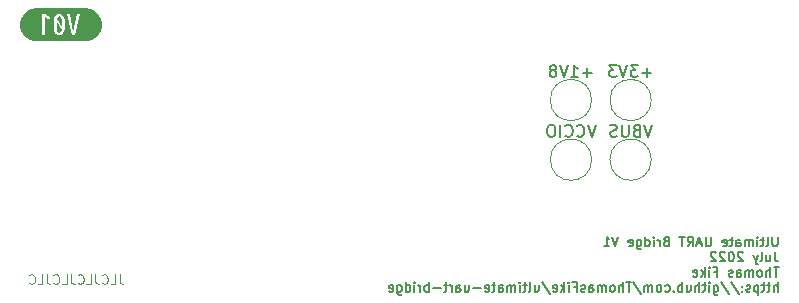
<source format=gbo>
G04 #@! TF.GenerationSoftware,KiCad,Pcbnew,6.0.6*
G04 #@! TF.CreationDate,2022-07-17T12:38:06-07:00*
G04 #@! TF.ProjectId,ultimate-uart-bridge,756c7469-6d61-4746-952d-756172742d62,rev?*
G04 #@! TF.SameCoordinates,Original*
G04 #@! TF.FileFunction,Legend,Bot*
G04 #@! TF.FilePolarity,Positive*
%FSLAX46Y46*%
G04 Gerber Fmt 4.6, Leading zero omitted, Abs format (unit mm)*
G04 Created by KiCad (PCBNEW 6.0.6) date 2022-07-17 12:38:06*
%MOMM*%
%LPD*%
G01*
G04 APERTURE LIST*
%ADD10C,0.150000*%
%ADD11C,0.050000*%
%ADD12C,0.120000*%
%ADD13C,3.000000*%
%ADD14C,0.700000*%
%ADD15O,2.400000X0.900000*%
%ADD16O,1.700000X0.900000*%
G04 APERTURE END LIST*
D10*
X164812023Y-87799904D02*
X164812023Y-88447523D01*
X164773928Y-88523714D01*
X164735833Y-88561809D01*
X164659642Y-88599904D01*
X164507261Y-88599904D01*
X164431071Y-88561809D01*
X164392976Y-88523714D01*
X164354880Y-88447523D01*
X164354880Y-87799904D01*
X163859642Y-88599904D02*
X163935833Y-88561809D01*
X163973928Y-88485619D01*
X163973928Y-87799904D01*
X163669166Y-88066571D02*
X163364404Y-88066571D01*
X163554880Y-87799904D02*
X163554880Y-88485619D01*
X163516785Y-88561809D01*
X163440595Y-88599904D01*
X163364404Y-88599904D01*
X163097738Y-88599904D02*
X163097738Y-88066571D01*
X163097738Y-87799904D02*
X163135833Y-87838000D01*
X163097738Y-87876095D01*
X163059642Y-87838000D01*
X163097738Y-87799904D01*
X163097738Y-87876095D01*
X162716785Y-88599904D02*
X162716785Y-88066571D01*
X162716785Y-88142761D02*
X162678690Y-88104666D01*
X162602500Y-88066571D01*
X162488214Y-88066571D01*
X162412023Y-88104666D01*
X162373928Y-88180857D01*
X162373928Y-88599904D01*
X162373928Y-88180857D02*
X162335833Y-88104666D01*
X162259642Y-88066571D01*
X162145357Y-88066571D01*
X162069166Y-88104666D01*
X162031071Y-88180857D01*
X162031071Y-88599904D01*
X161307261Y-88599904D02*
X161307261Y-88180857D01*
X161345357Y-88104666D01*
X161421547Y-88066571D01*
X161573928Y-88066571D01*
X161650119Y-88104666D01*
X161307261Y-88561809D02*
X161383452Y-88599904D01*
X161573928Y-88599904D01*
X161650119Y-88561809D01*
X161688214Y-88485619D01*
X161688214Y-88409428D01*
X161650119Y-88333238D01*
X161573928Y-88295142D01*
X161383452Y-88295142D01*
X161307261Y-88257047D01*
X161040595Y-88066571D02*
X160735833Y-88066571D01*
X160926309Y-87799904D02*
X160926309Y-88485619D01*
X160888214Y-88561809D01*
X160812023Y-88599904D01*
X160735833Y-88599904D01*
X160164404Y-88561809D02*
X160240595Y-88599904D01*
X160392976Y-88599904D01*
X160469166Y-88561809D01*
X160507261Y-88485619D01*
X160507261Y-88180857D01*
X160469166Y-88104666D01*
X160392976Y-88066571D01*
X160240595Y-88066571D01*
X160164404Y-88104666D01*
X160126309Y-88180857D01*
X160126309Y-88257047D01*
X160507261Y-88333238D01*
X159173928Y-87799904D02*
X159173928Y-88447523D01*
X159135833Y-88523714D01*
X159097738Y-88561809D01*
X159021547Y-88599904D01*
X158869166Y-88599904D01*
X158792976Y-88561809D01*
X158754880Y-88523714D01*
X158716785Y-88447523D01*
X158716785Y-87799904D01*
X158373928Y-88371333D02*
X157992976Y-88371333D01*
X158450119Y-88599904D02*
X158183452Y-87799904D01*
X157916785Y-88599904D01*
X157192976Y-88599904D02*
X157459642Y-88218952D01*
X157650119Y-88599904D02*
X157650119Y-87799904D01*
X157345357Y-87799904D01*
X157269166Y-87838000D01*
X157231071Y-87876095D01*
X157192976Y-87952285D01*
X157192976Y-88066571D01*
X157231071Y-88142761D01*
X157269166Y-88180857D01*
X157345357Y-88218952D01*
X157650119Y-88218952D01*
X156964404Y-87799904D02*
X156507261Y-87799904D01*
X156735833Y-88599904D02*
X156735833Y-87799904D01*
X155364404Y-88180857D02*
X155250119Y-88218952D01*
X155212023Y-88257047D01*
X155173928Y-88333238D01*
X155173928Y-88447523D01*
X155212023Y-88523714D01*
X155250119Y-88561809D01*
X155326309Y-88599904D01*
X155631071Y-88599904D01*
X155631071Y-87799904D01*
X155364404Y-87799904D01*
X155288214Y-87838000D01*
X155250119Y-87876095D01*
X155212023Y-87952285D01*
X155212023Y-88028476D01*
X155250119Y-88104666D01*
X155288214Y-88142761D01*
X155364404Y-88180857D01*
X155631071Y-88180857D01*
X154831071Y-88599904D02*
X154831071Y-88066571D01*
X154831071Y-88218952D02*
X154792976Y-88142761D01*
X154754880Y-88104666D01*
X154678690Y-88066571D01*
X154602500Y-88066571D01*
X154335833Y-88599904D02*
X154335833Y-88066571D01*
X154335833Y-87799904D02*
X154373928Y-87838000D01*
X154335833Y-87876095D01*
X154297738Y-87838000D01*
X154335833Y-87799904D01*
X154335833Y-87876095D01*
X153612023Y-88599904D02*
X153612023Y-87799904D01*
X153612023Y-88561809D02*
X153688214Y-88599904D01*
X153840595Y-88599904D01*
X153916785Y-88561809D01*
X153954880Y-88523714D01*
X153992976Y-88447523D01*
X153992976Y-88218952D01*
X153954880Y-88142761D01*
X153916785Y-88104666D01*
X153840595Y-88066571D01*
X153688214Y-88066571D01*
X153612023Y-88104666D01*
X152888214Y-88066571D02*
X152888214Y-88714190D01*
X152926309Y-88790380D01*
X152964404Y-88828476D01*
X153040595Y-88866571D01*
X153154880Y-88866571D01*
X153231071Y-88828476D01*
X152888214Y-88561809D02*
X152964404Y-88599904D01*
X153116785Y-88599904D01*
X153192976Y-88561809D01*
X153231071Y-88523714D01*
X153269166Y-88447523D01*
X153269166Y-88218952D01*
X153231071Y-88142761D01*
X153192976Y-88104666D01*
X153116785Y-88066571D01*
X152964404Y-88066571D01*
X152888214Y-88104666D01*
X152202500Y-88561809D02*
X152278690Y-88599904D01*
X152431071Y-88599904D01*
X152507261Y-88561809D01*
X152545357Y-88485619D01*
X152545357Y-88180857D01*
X152507261Y-88104666D01*
X152431071Y-88066571D01*
X152278690Y-88066571D01*
X152202500Y-88104666D01*
X152164404Y-88180857D01*
X152164404Y-88257047D01*
X152545357Y-88333238D01*
X151326309Y-87799904D02*
X151059642Y-88599904D01*
X150792976Y-87799904D01*
X150107261Y-88599904D02*
X150564404Y-88599904D01*
X150335833Y-88599904D02*
X150335833Y-87799904D01*
X150412023Y-87914190D01*
X150488214Y-87990380D01*
X150564404Y-88028476D01*
X164583452Y-89087904D02*
X164583452Y-89659333D01*
X164621547Y-89773619D01*
X164697738Y-89849809D01*
X164812023Y-89887904D01*
X164888214Y-89887904D01*
X163859642Y-89354571D02*
X163859642Y-89887904D01*
X164202500Y-89354571D02*
X164202500Y-89773619D01*
X164164404Y-89849809D01*
X164088214Y-89887904D01*
X163973928Y-89887904D01*
X163897738Y-89849809D01*
X163859642Y-89811714D01*
X163364404Y-89887904D02*
X163440595Y-89849809D01*
X163478690Y-89773619D01*
X163478690Y-89087904D01*
X163135833Y-89354571D02*
X162945357Y-89887904D01*
X162754880Y-89354571D02*
X162945357Y-89887904D01*
X163021547Y-90078380D01*
X163059642Y-90116476D01*
X163135833Y-90154571D01*
X161878690Y-89164095D02*
X161840595Y-89126000D01*
X161764404Y-89087904D01*
X161573928Y-89087904D01*
X161497738Y-89126000D01*
X161459642Y-89164095D01*
X161421547Y-89240285D01*
X161421547Y-89316476D01*
X161459642Y-89430761D01*
X161916785Y-89887904D01*
X161421547Y-89887904D01*
X160926309Y-89087904D02*
X160850119Y-89087904D01*
X160773928Y-89126000D01*
X160735833Y-89164095D01*
X160697738Y-89240285D01*
X160659642Y-89392666D01*
X160659642Y-89583142D01*
X160697738Y-89735523D01*
X160735833Y-89811714D01*
X160773928Y-89849809D01*
X160850119Y-89887904D01*
X160926309Y-89887904D01*
X161002500Y-89849809D01*
X161040595Y-89811714D01*
X161078690Y-89735523D01*
X161116785Y-89583142D01*
X161116785Y-89392666D01*
X161078690Y-89240285D01*
X161040595Y-89164095D01*
X161002500Y-89126000D01*
X160926309Y-89087904D01*
X160354880Y-89164095D02*
X160316785Y-89126000D01*
X160240595Y-89087904D01*
X160050119Y-89087904D01*
X159973928Y-89126000D01*
X159935833Y-89164095D01*
X159897738Y-89240285D01*
X159897738Y-89316476D01*
X159935833Y-89430761D01*
X160392976Y-89887904D01*
X159897738Y-89887904D01*
X159592976Y-89164095D02*
X159554880Y-89126000D01*
X159478690Y-89087904D01*
X159288214Y-89087904D01*
X159212023Y-89126000D01*
X159173928Y-89164095D01*
X159135833Y-89240285D01*
X159135833Y-89316476D01*
X159173928Y-89430761D01*
X159631071Y-89887904D01*
X159135833Y-89887904D01*
X164926309Y-90375904D02*
X164469166Y-90375904D01*
X164697738Y-91175904D02*
X164697738Y-90375904D01*
X164202500Y-91175904D02*
X164202500Y-90375904D01*
X163859642Y-91175904D02*
X163859642Y-90756857D01*
X163897738Y-90680666D01*
X163973928Y-90642571D01*
X164088214Y-90642571D01*
X164164404Y-90680666D01*
X164202500Y-90718761D01*
X163364404Y-91175904D02*
X163440595Y-91137809D01*
X163478690Y-91099714D01*
X163516785Y-91023523D01*
X163516785Y-90794952D01*
X163478690Y-90718761D01*
X163440595Y-90680666D01*
X163364404Y-90642571D01*
X163250119Y-90642571D01*
X163173928Y-90680666D01*
X163135833Y-90718761D01*
X163097738Y-90794952D01*
X163097738Y-91023523D01*
X163135833Y-91099714D01*
X163173928Y-91137809D01*
X163250119Y-91175904D01*
X163364404Y-91175904D01*
X162754880Y-91175904D02*
X162754880Y-90642571D01*
X162754880Y-90718761D02*
X162716785Y-90680666D01*
X162640595Y-90642571D01*
X162526309Y-90642571D01*
X162450119Y-90680666D01*
X162412023Y-90756857D01*
X162412023Y-91175904D01*
X162412023Y-90756857D02*
X162373928Y-90680666D01*
X162297738Y-90642571D01*
X162183452Y-90642571D01*
X162107261Y-90680666D01*
X162069166Y-90756857D01*
X162069166Y-91175904D01*
X161345357Y-91175904D02*
X161345357Y-90756857D01*
X161383452Y-90680666D01*
X161459642Y-90642571D01*
X161612023Y-90642571D01*
X161688214Y-90680666D01*
X161345357Y-91137809D02*
X161421547Y-91175904D01*
X161612023Y-91175904D01*
X161688214Y-91137809D01*
X161726309Y-91061619D01*
X161726309Y-90985428D01*
X161688214Y-90909238D01*
X161612023Y-90871142D01*
X161421547Y-90871142D01*
X161345357Y-90833047D01*
X161002500Y-91137809D02*
X160926309Y-91175904D01*
X160773928Y-91175904D01*
X160697738Y-91137809D01*
X160659642Y-91061619D01*
X160659642Y-91023523D01*
X160697738Y-90947333D01*
X160773928Y-90909238D01*
X160888214Y-90909238D01*
X160964404Y-90871142D01*
X161002500Y-90794952D01*
X161002500Y-90756857D01*
X160964404Y-90680666D01*
X160888214Y-90642571D01*
X160773928Y-90642571D01*
X160697738Y-90680666D01*
X159440595Y-90756857D02*
X159707261Y-90756857D01*
X159707261Y-91175904D02*
X159707261Y-90375904D01*
X159326309Y-90375904D01*
X159021547Y-91175904D02*
X159021547Y-90642571D01*
X159021547Y-90375904D02*
X159059642Y-90414000D01*
X159021547Y-90452095D01*
X158983452Y-90414000D01*
X159021547Y-90375904D01*
X159021547Y-90452095D01*
X158640595Y-91175904D02*
X158640595Y-90375904D01*
X158564404Y-90871142D02*
X158335833Y-91175904D01*
X158335833Y-90642571D02*
X158640595Y-90947333D01*
X157688214Y-91137809D02*
X157764404Y-91175904D01*
X157916785Y-91175904D01*
X157992976Y-91137809D01*
X158031071Y-91061619D01*
X158031071Y-90756857D01*
X157992976Y-90680666D01*
X157916785Y-90642571D01*
X157764404Y-90642571D01*
X157688214Y-90680666D01*
X157650119Y-90756857D01*
X157650119Y-90833047D01*
X158031071Y-90909238D01*
X164812023Y-92463904D02*
X164812023Y-91663904D01*
X164469166Y-92463904D02*
X164469166Y-92044857D01*
X164507261Y-91968666D01*
X164583452Y-91930571D01*
X164697738Y-91930571D01*
X164773928Y-91968666D01*
X164812023Y-92006761D01*
X164202500Y-91930571D02*
X163897738Y-91930571D01*
X164088214Y-91663904D02*
X164088214Y-92349619D01*
X164050119Y-92425809D01*
X163973928Y-92463904D01*
X163897738Y-92463904D01*
X163745357Y-91930571D02*
X163440595Y-91930571D01*
X163631071Y-91663904D02*
X163631071Y-92349619D01*
X163592976Y-92425809D01*
X163516785Y-92463904D01*
X163440595Y-92463904D01*
X163173928Y-91930571D02*
X163173928Y-92730571D01*
X163173928Y-91968666D02*
X163097738Y-91930571D01*
X162945357Y-91930571D01*
X162869166Y-91968666D01*
X162831071Y-92006761D01*
X162792976Y-92082952D01*
X162792976Y-92311523D01*
X162831071Y-92387714D01*
X162869166Y-92425809D01*
X162945357Y-92463904D01*
X163097738Y-92463904D01*
X163173928Y-92425809D01*
X162488214Y-92425809D02*
X162412023Y-92463904D01*
X162259642Y-92463904D01*
X162183452Y-92425809D01*
X162145357Y-92349619D01*
X162145357Y-92311523D01*
X162183452Y-92235333D01*
X162259642Y-92197238D01*
X162373928Y-92197238D01*
X162450119Y-92159142D01*
X162488214Y-92082952D01*
X162488214Y-92044857D01*
X162450119Y-91968666D01*
X162373928Y-91930571D01*
X162259642Y-91930571D01*
X162183452Y-91968666D01*
X161802500Y-92387714D02*
X161764404Y-92425809D01*
X161802500Y-92463904D01*
X161840595Y-92425809D01*
X161802500Y-92387714D01*
X161802500Y-92463904D01*
X161802500Y-91968666D02*
X161764404Y-92006761D01*
X161802500Y-92044857D01*
X161840595Y-92006761D01*
X161802500Y-91968666D01*
X161802500Y-92044857D01*
X160850119Y-91625809D02*
X161535833Y-92654380D01*
X160012023Y-91625809D02*
X160697738Y-92654380D01*
X159402500Y-91930571D02*
X159402500Y-92578190D01*
X159440595Y-92654380D01*
X159478690Y-92692476D01*
X159554880Y-92730571D01*
X159669166Y-92730571D01*
X159745357Y-92692476D01*
X159402500Y-92425809D02*
X159478690Y-92463904D01*
X159631071Y-92463904D01*
X159707261Y-92425809D01*
X159745357Y-92387714D01*
X159783452Y-92311523D01*
X159783452Y-92082952D01*
X159745357Y-92006761D01*
X159707261Y-91968666D01*
X159631071Y-91930571D01*
X159478690Y-91930571D01*
X159402500Y-91968666D01*
X159021547Y-92463904D02*
X159021547Y-91930571D01*
X159021547Y-91663904D02*
X159059642Y-91702000D01*
X159021547Y-91740095D01*
X158983452Y-91702000D01*
X159021547Y-91663904D01*
X159021547Y-91740095D01*
X158754880Y-91930571D02*
X158450119Y-91930571D01*
X158640595Y-91663904D02*
X158640595Y-92349619D01*
X158602500Y-92425809D01*
X158526309Y-92463904D01*
X158450119Y-92463904D01*
X158183452Y-92463904D02*
X158183452Y-91663904D01*
X157840595Y-92463904D02*
X157840595Y-92044857D01*
X157878690Y-91968666D01*
X157954880Y-91930571D01*
X158069166Y-91930571D01*
X158145357Y-91968666D01*
X158183452Y-92006761D01*
X157116785Y-91930571D02*
X157116785Y-92463904D01*
X157459642Y-91930571D02*
X157459642Y-92349619D01*
X157421547Y-92425809D01*
X157345357Y-92463904D01*
X157231071Y-92463904D01*
X157154880Y-92425809D01*
X157116785Y-92387714D01*
X156735833Y-92463904D02*
X156735833Y-91663904D01*
X156735833Y-91968666D02*
X156659642Y-91930571D01*
X156507261Y-91930571D01*
X156431071Y-91968666D01*
X156392976Y-92006761D01*
X156354880Y-92082952D01*
X156354880Y-92311523D01*
X156392976Y-92387714D01*
X156431071Y-92425809D01*
X156507261Y-92463904D01*
X156659642Y-92463904D01*
X156735833Y-92425809D01*
X156012023Y-92387714D02*
X155973928Y-92425809D01*
X156012023Y-92463904D01*
X156050119Y-92425809D01*
X156012023Y-92387714D01*
X156012023Y-92463904D01*
X155288214Y-92425809D02*
X155364404Y-92463904D01*
X155516785Y-92463904D01*
X155592976Y-92425809D01*
X155631071Y-92387714D01*
X155669166Y-92311523D01*
X155669166Y-92082952D01*
X155631071Y-92006761D01*
X155592976Y-91968666D01*
X155516785Y-91930571D01*
X155364404Y-91930571D01*
X155288214Y-91968666D01*
X154831071Y-92463904D02*
X154907261Y-92425809D01*
X154945357Y-92387714D01*
X154983452Y-92311523D01*
X154983452Y-92082952D01*
X154945357Y-92006761D01*
X154907261Y-91968666D01*
X154831071Y-91930571D01*
X154716785Y-91930571D01*
X154640595Y-91968666D01*
X154602500Y-92006761D01*
X154564404Y-92082952D01*
X154564404Y-92311523D01*
X154602500Y-92387714D01*
X154640595Y-92425809D01*
X154716785Y-92463904D01*
X154831071Y-92463904D01*
X154221547Y-92463904D02*
X154221547Y-91930571D01*
X154221547Y-92006761D02*
X154183452Y-91968666D01*
X154107261Y-91930571D01*
X153992976Y-91930571D01*
X153916785Y-91968666D01*
X153878690Y-92044857D01*
X153878690Y-92463904D01*
X153878690Y-92044857D02*
X153840595Y-91968666D01*
X153764404Y-91930571D01*
X153650119Y-91930571D01*
X153573928Y-91968666D01*
X153535833Y-92044857D01*
X153535833Y-92463904D01*
X152583452Y-91625809D02*
X153269166Y-92654380D01*
X152431071Y-91663904D02*
X151973928Y-91663904D01*
X152202500Y-92463904D02*
X152202500Y-91663904D01*
X151707261Y-92463904D02*
X151707261Y-91663904D01*
X151364404Y-92463904D02*
X151364404Y-92044857D01*
X151402500Y-91968666D01*
X151478690Y-91930571D01*
X151592976Y-91930571D01*
X151669166Y-91968666D01*
X151707261Y-92006761D01*
X150869166Y-92463904D02*
X150945357Y-92425809D01*
X150983452Y-92387714D01*
X151021547Y-92311523D01*
X151021547Y-92082952D01*
X150983452Y-92006761D01*
X150945357Y-91968666D01*
X150869166Y-91930571D01*
X150754880Y-91930571D01*
X150678690Y-91968666D01*
X150640595Y-92006761D01*
X150602500Y-92082952D01*
X150602500Y-92311523D01*
X150640595Y-92387714D01*
X150678690Y-92425809D01*
X150754880Y-92463904D01*
X150869166Y-92463904D01*
X150259642Y-92463904D02*
X150259642Y-91930571D01*
X150259642Y-92006761D02*
X150221547Y-91968666D01*
X150145357Y-91930571D01*
X150031071Y-91930571D01*
X149954880Y-91968666D01*
X149916785Y-92044857D01*
X149916785Y-92463904D01*
X149916785Y-92044857D02*
X149878690Y-91968666D01*
X149802500Y-91930571D01*
X149688214Y-91930571D01*
X149612023Y-91968666D01*
X149573928Y-92044857D01*
X149573928Y-92463904D01*
X148850119Y-92463904D02*
X148850119Y-92044857D01*
X148888214Y-91968666D01*
X148964404Y-91930571D01*
X149116785Y-91930571D01*
X149192976Y-91968666D01*
X148850119Y-92425809D02*
X148926309Y-92463904D01*
X149116785Y-92463904D01*
X149192976Y-92425809D01*
X149231071Y-92349619D01*
X149231071Y-92273428D01*
X149192976Y-92197238D01*
X149116785Y-92159142D01*
X148926309Y-92159142D01*
X148850119Y-92121047D01*
X148507261Y-92425809D02*
X148431071Y-92463904D01*
X148278690Y-92463904D01*
X148202500Y-92425809D01*
X148164404Y-92349619D01*
X148164404Y-92311523D01*
X148202500Y-92235333D01*
X148278690Y-92197238D01*
X148392976Y-92197238D01*
X148469166Y-92159142D01*
X148507261Y-92082952D01*
X148507261Y-92044857D01*
X148469166Y-91968666D01*
X148392976Y-91930571D01*
X148278690Y-91930571D01*
X148202500Y-91968666D01*
X147554880Y-92044857D02*
X147821547Y-92044857D01*
X147821547Y-92463904D02*
X147821547Y-91663904D01*
X147440595Y-91663904D01*
X147135833Y-92463904D02*
X147135833Y-91930571D01*
X147135833Y-91663904D02*
X147173928Y-91702000D01*
X147135833Y-91740095D01*
X147097738Y-91702000D01*
X147135833Y-91663904D01*
X147135833Y-91740095D01*
X146754880Y-92463904D02*
X146754880Y-91663904D01*
X146678690Y-92159142D02*
X146450119Y-92463904D01*
X146450119Y-91930571D02*
X146754880Y-92235333D01*
X145802500Y-92425809D02*
X145878690Y-92463904D01*
X146031071Y-92463904D01*
X146107261Y-92425809D01*
X146145357Y-92349619D01*
X146145357Y-92044857D01*
X146107261Y-91968666D01*
X146031071Y-91930571D01*
X145878690Y-91930571D01*
X145802500Y-91968666D01*
X145764404Y-92044857D01*
X145764404Y-92121047D01*
X146145357Y-92197238D01*
X144850119Y-91625809D02*
X145535833Y-92654380D01*
X144240595Y-91930571D02*
X144240595Y-92463904D01*
X144583452Y-91930571D02*
X144583452Y-92349619D01*
X144545357Y-92425809D01*
X144469166Y-92463904D01*
X144354880Y-92463904D01*
X144278690Y-92425809D01*
X144240595Y-92387714D01*
X143745357Y-92463904D02*
X143821547Y-92425809D01*
X143859642Y-92349619D01*
X143859642Y-91663904D01*
X143554880Y-91930571D02*
X143250119Y-91930571D01*
X143440595Y-91663904D02*
X143440595Y-92349619D01*
X143402500Y-92425809D01*
X143326309Y-92463904D01*
X143250119Y-92463904D01*
X142983452Y-92463904D02*
X142983452Y-91930571D01*
X142983452Y-91663904D02*
X143021547Y-91702000D01*
X142983452Y-91740095D01*
X142945357Y-91702000D01*
X142983452Y-91663904D01*
X142983452Y-91740095D01*
X142602500Y-92463904D02*
X142602500Y-91930571D01*
X142602500Y-92006761D02*
X142564404Y-91968666D01*
X142488214Y-91930571D01*
X142373928Y-91930571D01*
X142297738Y-91968666D01*
X142259642Y-92044857D01*
X142259642Y-92463904D01*
X142259642Y-92044857D02*
X142221547Y-91968666D01*
X142145357Y-91930571D01*
X142031071Y-91930571D01*
X141954880Y-91968666D01*
X141916785Y-92044857D01*
X141916785Y-92463904D01*
X141192976Y-92463904D02*
X141192976Y-92044857D01*
X141231071Y-91968666D01*
X141307261Y-91930571D01*
X141459642Y-91930571D01*
X141535833Y-91968666D01*
X141192976Y-92425809D02*
X141269166Y-92463904D01*
X141459642Y-92463904D01*
X141535833Y-92425809D01*
X141573928Y-92349619D01*
X141573928Y-92273428D01*
X141535833Y-92197238D01*
X141459642Y-92159142D01*
X141269166Y-92159142D01*
X141192976Y-92121047D01*
X140926309Y-91930571D02*
X140621547Y-91930571D01*
X140812023Y-91663904D02*
X140812023Y-92349619D01*
X140773928Y-92425809D01*
X140697738Y-92463904D01*
X140621547Y-92463904D01*
X140050119Y-92425809D02*
X140126309Y-92463904D01*
X140278690Y-92463904D01*
X140354880Y-92425809D01*
X140392976Y-92349619D01*
X140392976Y-92044857D01*
X140354880Y-91968666D01*
X140278690Y-91930571D01*
X140126309Y-91930571D01*
X140050119Y-91968666D01*
X140012023Y-92044857D01*
X140012023Y-92121047D01*
X140392976Y-92197238D01*
X139669166Y-92159142D02*
X139059642Y-92159142D01*
X138335833Y-91930571D02*
X138335833Y-92463904D01*
X138678690Y-91930571D02*
X138678690Y-92349619D01*
X138640595Y-92425809D01*
X138564404Y-92463904D01*
X138450119Y-92463904D01*
X138373928Y-92425809D01*
X138335833Y-92387714D01*
X137612023Y-92463904D02*
X137612023Y-92044857D01*
X137650119Y-91968666D01*
X137726309Y-91930571D01*
X137878690Y-91930571D01*
X137954880Y-91968666D01*
X137612023Y-92425809D02*
X137688214Y-92463904D01*
X137878690Y-92463904D01*
X137954880Y-92425809D01*
X137992976Y-92349619D01*
X137992976Y-92273428D01*
X137954880Y-92197238D01*
X137878690Y-92159142D01*
X137688214Y-92159142D01*
X137612023Y-92121047D01*
X137231071Y-92463904D02*
X137231071Y-91930571D01*
X137231071Y-92082952D02*
X137192976Y-92006761D01*
X137154880Y-91968666D01*
X137078690Y-91930571D01*
X137002500Y-91930571D01*
X136850119Y-91930571D02*
X136545357Y-91930571D01*
X136735833Y-91663904D02*
X136735833Y-92349619D01*
X136697738Y-92425809D01*
X136621547Y-92463904D01*
X136545357Y-92463904D01*
X136278690Y-92159142D02*
X135669166Y-92159142D01*
X135288214Y-92463904D02*
X135288214Y-91663904D01*
X135288214Y-91968666D02*
X135212023Y-91930571D01*
X135059642Y-91930571D01*
X134983452Y-91968666D01*
X134945357Y-92006761D01*
X134907261Y-92082952D01*
X134907261Y-92311523D01*
X134945357Y-92387714D01*
X134983452Y-92425809D01*
X135059642Y-92463904D01*
X135212023Y-92463904D01*
X135288214Y-92425809D01*
X134564404Y-92463904D02*
X134564404Y-91930571D01*
X134564404Y-92082952D02*
X134526309Y-92006761D01*
X134488214Y-91968666D01*
X134412023Y-91930571D01*
X134335833Y-91930571D01*
X134069166Y-92463904D02*
X134069166Y-91930571D01*
X134069166Y-91663904D02*
X134107261Y-91702000D01*
X134069166Y-91740095D01*
X134031071Y-91702000D01*
X134069166Y-91663904D01*
X134069166Y-91740095D01*
X133345357Y-92463904D02*
X133345357Y-91663904D01*
X133345357Y-92425809D02*
X133421547Y-92463904D01*
X133573928Y-92463904D01*
X133650119Y-92425809D01*
X133688214Y-92387714D01*
X133726309Y-92311523D01*
X133726309Y-92082952D01*
X133688214Y-92006761D01*
X133650119Y-91968666D01*
X133573928Y-91930571D01*
X133421547Y-91930571D01*
X133345357Y-91968666D01*
X132621547Y-91930571D02*
X132621547Y-92578190D01*
X132659642Y-92654380D01*
X132697738Y-92692476D01*
X132773928Y-92730571D01*
X132888214Y-92730571D01*
X132964404Y-92692476D01*
X132621547Y-92425809D02*
X132697738Y-92463904D01*
X132850119Y-92463904D01*
X132926309Y-92425809D01*
X132964404Y-92387714D01*
X133002500Y-92311523D01*
X133002500Y-92082952D01*
X132964404Y-92006761D01*
X132926309Y-91968666D01*
X132850119Y-91930571D01*
X132697738Y-91930571D01*
X132621547Y-91968666D01*
X131935833Y-92425809D02*
X132012023Y-92463904D01*
X132164404Y-92463904D01*
X132240595Y-92425809D01*
X132278690Y-92349619D01*
X132278690Y-92044857D01*
X132240595Y-91968666D01*
X132164404Y-91930571D01*
X132012023Y-91930571D01*
X131935833Y-91968666D01*
X131897738Y-92044857D01*
X131897738Y-92121047D01*
X132278690Y-92197238D01*
D11*
X109105238Y-91001904D02*
X109105238Y-91573333D01*
X109143333Y-91687619D01*
X109219523Y-91763809D01*
X109333809Y-91801904D01*
X109410000Y-91801904D01*
X108343333Y-91801904D02*
X108724285Y-91801904D01*
X108724285Y-91001904D01*
X107619523Y-91725714D02*
X107657619Y-91763809D01*
X107771904Y-91801904D01*
X107848095Y-91801904D01*
X107962380Y-91763809D01*
X108038571Y-91687619D01*
X108076666Y-91611428D01*
X108114761Y-91459047D01*
X108114761Y-91344761D01*
X108076666Y-91192380D01*
X108038571Y-91116190D01*
X107962380Y-91040000D01*
X107848095Y-91001904D01*
X107771904Y-91001904D01*
X107657619Y-91040000D01*
X107619523Y-91078095D01*
X107048095Y-91001904D02*
X107048095Y-91573333D01*
X107086190Y-91687619D01*
X107162380Y-91763809D01*
X107276666Y-91801904D01*
X107352857Y-91801904D01*
X106286190Y-91801904D02*
X106667142Y-91801904D01*
X106667142Y-91001904D01*
X105562380Y-91725714D02*
X105600476Y-91763809D01*
X105714761Y-91801904D01*
X105790952Y-91801904D01*
X105905238Y-91763809D01*
X105981428Y-91687619D01*
X106019523Y-91611428D01*
X106057619Y-91459047D01*
X106057619Y-91344761D01*
X106019523Y-91192380D01*
X105981428Y-91116190D01*
X105905238Y-91040000D01*
X105790952Y-91001904D01*
X105714761Y-91001904D01*
X105600476Y-91040000D01*
X105562380Y-91078095D01*
X104990952Y-91001904D02*
X104990952Y-91573333D01*
X105029047Y-91687619D01*
X105105238Y-91763809D01*
X105219523Y-91801904D01*
X105295714Y-91801904D01*
X104229047Y-91801904D02*
X104610000Y-91801904D01*
X104610000Y-91001904D01*
X103505238Y-91725714D02*
X103543333Y-91763809D01*
X103657619Y-91801904D01*
X103733809Y-91801904D01*
X103848095Y-91763809D01*
X103924285Y-91687619D01*
X103962380Y-91611428D01*
X104000476Y-91459047D01*
X104000476Y-91344761D01*
X103962380Y-91192380D01*
X103924285Y-91116190D01*
X103848095Y-91040000D01*
X103733809Y-91001904D01*
X103657619Y-91001904D01*
X103543333Y-91040000D01*
X103505238Y-91078095D01*
X102933809Y-91001904D02*
X102933809Y-91573333D01*
X102971904Y-91687619D01*
X103048095Y-91763809D01*
X103162380Y-91801904D01*
X103238571Y-91801904D01*
X102171904Y-91801904D02*
X102552857Y-91801904D01*
X102552857Y-91001904D01*
X101448095Y-91725714D02*
X101486190Y-91763809D01*
X101600476Y-91801904D01*
X101676666Y-91801904D01*
X101790952Y-91763809D01*
X101867142Y-91687619D01*
X101905238Y-91611428D01*
X101943333Y-91459047D01*
X101943333Y-91344761D01*
X101905238Y-91192380D01*
X101867142Y-91116190D01*
X101790952Y-91040000D01*
X101676666Y-91001904D01*
X101600476Y-91001904D01*
X101486190Y-91040000D01*
X101448095Y-91078095D01*
D10*
X149415238Y-78334380D02*
X149081904Y-79334380D01*
X148748571Y-78334380D01*
X147843809Y-79239142D02*
X147891428Y-79286761D01*
X148034285Y-79334380D01*
X148129523Y-79334380D01*
X148272380Y-79286761D01*
X148367619Y-79191523D01*
X148415238Y-79096285D01*
X148462857Y-78905809D01*
X148462857Y-78762952D01*
X148415238Y-78572476D01*
X148367619Y-78477238D01*
X148272380Y-78382000D01*
X148129523Y-78334380D01*
X148034285Y-78334380D01*
X147891428Y-78382000D01*
X147843809Y-78429619D01*
X146843809Y-79239142D02*
X146891428Y-79286761D01*
X147034285Y-79334380D01*
X147129523Y-79334380D01*
X147272380Y-79286761D01*
X147367619Y-79191523D01*
X147415238Y-79096285D01*
X147462857Y-78905809D01*
X147462857Y-78762952D01*
X147415238Y-78572476D01*
X147367619Y-78477238D01*
X147272380Y-78382000D01*
X147129523Y-78334380D01*
X147034285Y-78334380D01*
X146891428Y-78382000D01*
X146843809Y-78429619D01*
X146415238Y-79334380D02*
X146415238Y-78334380D01*
X145748571Y-78334380D02*
X145558095Y-78334380D01*
X145462857Y-78382000D01*
X145367619Y-78477238D01*
X145320000Y-78667714D01*
X145320000Y-79001047D01*
X145367619Y-79191523D01*
X145462857Y-79286761D01*
X145558095Y-79334380D01*
X145748571Y-79334380D01*
X145843809Y-79286761D01*
X145939047Y-79191523D01*
X145986666Y-79001047D01*
X145986666Y-78667714D01*
X145939047Y-78477238D01*
X145843809Y-78382000D01*
X145748571Y-78334380D01*
X154203333Y-78334380D02*
X153870000Y-79334380D01*
X153536666Y-78334380D01*
X152870000Y-78810571D02*
X152727142Y-78858190D01*
X152679523Y-78905809D01*
X152631904Y-79001047D01*
X152631904Y-79143904D01*
X152679523Y-79239142D01*
X152727142Y-79286761D01*
X152822380Y-79334380D01*
X153203333Y-79334380D01*
X153203333Y-78334380D01*
X152870000Y-78334380D01*
X152774761Y-78382000D01*
X152727142Y-78429619D01*
X152679523Y-78524857D01*
X152679523Y-78620095D01*
X152727142Y-78715333D01*
X152774761Y-78762952D01*
X152870000Y-78810571D01*
X153203333Y-78810571D01*
X152203333Y-78334380D02*
X152203333Y-79143904D01*
X152155714Y-79239142D01*
X152108095Y-79286761D01*
X152012857Y-79334380D01*
X151822380Y-79334380D01*
X151727142Y-79286761D01*
X151679523Y-79239142D01*
X151631904Y-79143904D01*
X151631904Y-78334380D01*
X151203333Y-79286761D02*
X151060476Y-79334380D01*
X150822380Y-79334380D01*
X150727142Y-79286761D01*
X150679523Y-79239142D01*
X150631904Y-79143904D01*
X150631904Y-79048666D01*
X150679523Y-78953428D01*
X150727142Y-78905809D01*
X150822380Y-78858190D01*
X151012857Y-78810571D01*
X151108095Y-78762952D01*
X151155714Y-78715333D01*
X151203333Y-78620095D01*
X151203333Y-78524857D01*
X151155714Y-78429619D01*
X151108095Y-78382000D01*
X151012857Y-78334380D01*
X150774761Y-78334380D01*
X150631904Y-78382000D01*
X154131904Y-73903428D02*
X153370000Y-73903428D01*
X153750952Y-74284380D02*
X153750952Y-73522476D01*
X152989047Y-73284380D02*
X152370000Y-73284380D01*
X152703333Y-73665333D01*
X152560476Y-73665333D01*
X152465238Y-73712952D01*
X152417619Y-73760571D01*
X152370000Y-73855809D01*
X152370000Y-74093904D01*
X152417619Y-74189142D01*
X152465238Y-74236761D01*
X152560476Y-74284380D01*
X152846190Y-74284380D01*
X152941428Y-74236761D01*
X152989047Y-74189142D01*
X152084285Y-73284380D02*
X151750952Y-74284380D01*
X151417619Y-73284380D01*
X151179523Y-73284380D02*
X150560476Y-73284380D01*
X150893809Y-73665333D01*
X150750952Y-73665333D01*
X150655714Y-73712952D01*
X150608095Y-73760571D01*
X150560476Y-73855809D01*
X150560476Y-74093904D01*
X150608095Y-74189142D01*
X150655714Y-74236761D01*
X150750952Y-74284380D01*
X151036666Y-74284380D01*
X151131904Y-74236761D01*
X151179523Y-74189142D01*
X149081904Y-73903428D02*
X148320000Y-73903428D01*
X148700952Y-74284380D02*
X148700952Y-73522476D01*
X147320000Y-74284380D02*
X147891428Y-74284380D01*
X147605714Y-74284380D02*
X147605714Y-73284380D01*
X147700952Y-73427238D01*
X147796190Y-73522476D01*
X147891428Y-73570095D01*
X147034285Y-73284380D02*
X146700952Y-74284380D01*
X146367619Y-73284380D01*
X145891428Y-73712952D02*
X145986666Y-73665333D01*
X146034285Y-73617714D01*
X146081904Y-73522476D01*
X146081904Y-73474857D01*
X146034285Y-73379619D01*
X145986666Y-73332000D01*
X145891428Y-73284380D01*
X145700952Y-73284380D01*
X145605714Y-73332000D01*
X145558095Y-73379619D01*
X145510476Y-73474857D01*
X145510476Y-73522476D01*
X145558095Y-73617714D01*
X145605714Y-73665333D01*
X145700952Y-73712952D01*
X145891428Y-73712952D01*
X145986666Y-73760571D01*
X146034285Y-73808190D01*
X146081904Y-73903428D01*
X146081904Y-74093904D01*
X146034285Y-74189142D01*
X145986666Y-74236761D01*
X145891428Y-74284380D01*
X145700952Y-74284380D01*
X145605714Y-74236761D01*
X145558095Y-74189142D01*
X145510476Y-74093904D01*
X145510476Y-73903428D01*
X145558095Y-73808190D01*
X145605714Y-73760571D01*
X145700952Y-73712952D01*
G36*
X102052041Y-71239063D02*
G01*
X101915889Y-71232374D01*
X101781048Y-71212372D01*
X101648817Y-71179250D01*
X101520469Y-71133326D01*
X101397241Y-71075044D01*
X101280319Y-71004963D01*
X101170829Y-70923760D01*
X101069825Y-70832216D01*
X100978281Y-70731212D01*
X100969340Y-70719156D01*
X102548134Y-70719156D01*
X102814834Y-70719156D01*
X102814834Y-69850000D01*
X103522066Y-69850000D01*
X103528283Y-70061270D01*
X103546936Y-70241054D01*
X103578025Y-70389353D01*
X103644998Y-70557827D01*
X103733997Y-70665578D01*
X103850083Y-70723621D01*
X103998316Y-70742969D01*
X104146548Y-70723621D01*
X104262634Y-70665578D01*
X104351634Y-70557827D01*
X104418606Y-70389353D01*
X104449695Y-70241054D01*
X104468348Y-70061270D01*
X104474566Y-69850000D01*
X104468348Y-69638730D01*
X104449695Y-69458946D01*
X104418606Y-69310647D01*
X104351634Y-69142173D01*
X104262634Y-69034422D01*
X104155478Y-68980844D01*
X104648397Y-68980844D01*
X105036541Y-70719156D01*
X105346103Y-70719156D01*
X105731866Y-68980844D01*
X105458022Y-68980844D01*
X105186559Y-70481031D01*
X105184178Y-70481031D01*
X104912716Y-68980844D01*
X104648397Y-68980844D01*
X104155478Y-68980844D01*
X104146548Y-68976379D01*
X103998316Y-68957031D01*
X103850083Y-68976379D01*
X103733997Y-69034422D01*
X103644998Y-69142173D01*
X103578025Y-69310647D01*
X103546936Y-69458946D01*
X103528283Y-69638730D01*
X103522066Y-69850000D01*
X102814834Y-69850000D01*
X102814834Y-69230875D01*
X102819597Y-69228494D01*
X103229172Y-69457094D01*
X103229172Y-69223731D01*
X102812453Y-68980844D01*
X102548134Y-68980844D01*
X102548134Y-70719156D01*
X100969340Y-70719156D01*
X100897077Y-70621722D01*
X100826997Y-70504800D01*
X100768714Y-70381571D01*
X100722791Y-70253224D01*
X100689669Y-70120993D01*
X100669667Y-69986152D01*
X100662978Y-69850000D01*
X100669667Y-69713848D01*
X100689669Y-69579007D01*
X100722791Y-69446776D01*
X100768714Y-69318429D01*
X100826997Y-69195200D01*
X100897077Y-69078278D01*
X100978281Y-68968788D01*
X101069825Y-68867784D01*
X101170829Y-68776240D01*
X101280319Y-68695037D01*
X101397241Y-68624956D01*
X101520469Y-68566674D01*
X101648817Y-68520750D01*
X101781048Y-68487628D01*
X101915889Y-68467626D01*
X102052041Y-68460938D01*
X102052041Y-68460937D01*
X106227959Y-68460937D01*
X106227959Y-68460938D01*
X106364111Y-68467626D01*
X106498952Y-68487628D01*
X106631183Y-68520750D01*
X106759531Y-68566674D01*
X106882759Y-68624956D01*
X106999681Y-68695037D01*
X107109171Y-68776240D01*
X107210175Y-68867784D01*
X107301719Y-68968788D01*
X107382923Y-69078278D01*
X107453003Y-69195200D01*
X107511286Y-69318429D01*
X107557209Y-69446776D01*
X107590331Y-69579007D01*
X107610333Y-69713848D01*
X107617022Y-69850000D01*
X107610333Y-69986152D01*
X107590331Y-70120993D01*
X107557209Y-70253224D01*
X107511286Y-70381571D01*
X107453003Y-70504800D01*
X107382923Y-70621722D01*
X107301719Y-70731212D01*
X107210175Y-70832216D01*
X107109171Y-70923760D01*
X106999681Y-71004963D01*
X106882759Y-71075044D01*
X106759531Y-71133326D01*
X106631183Y-71179250D01*
X106498952Y-71212372D01*
X106364111Y-71232374D01*
X106227959Y-71239062D01*
X102052041Y-71239062D01*
X102052041Y-71239063D01*
G37*
G36*
X104191197Y-70326250D02*
G01*
X104117378Y-70494128D01*
X103998316Y-70542944D01*
X103873300Y-70488175D01*
X103831330Y-70408403D01*
X103798291Y-70278625D01*
X103782416Y-70162208D01*
X103772891Y-70019333D01*
X103769716Y-69850000D01*
X103771502Y-69720817D01*
X103776859Y-69609494D01*
X104191197Y-70326250D01*
G37*
G36*
X104123331Y-69211825D02*
G01*
X104165301Y-69291597D01*
X104198341Y-69421375D01*
X104214216Y-69537792D01*
X104223741Y-69680667D01*
X104226916Y-69850000D01*
X104222153Y-70047644D01*
X103814959Y-69340412D01*
X103886397Y-69198728D01*
X103998316Y-69157056D01*
X104123331Y-69211825D01*
G37*
D12*
X149070000Y-81280000D02*
G75*
G03*
X149070000Y-81280000I-1750000J0D01*
G01*
X154120000Y-81280000D02*
G75*
G03*
X154120000Y-81280000I-1750000J0D01*
G01*
X154120000Y-76230000D02*
G75*
G03*
X154120000Y-76230000I-1750000J0D01*
G01*
X149070000Y-76230000D02*
G75*
G03*
X149070000Y-76230000I-1750000J0D01*
G01*
%LPC*%
D13*
X147320000Y-81280000D03*
X152370000Y-81280000D03*
X152370000Y-76230000D03*
X147320000Y-76230000D03*
D14*
X105625000Y-78305000D03*
X105625000Y-79155000D03*
X105625000Y-80005000D03*
X105625000Y-80855000D03*
X105625000Y-81705000D03*
X105625000Y-82555000D03*
X105625000Y-83405000D03*
X105625000Y-84255000D03*
X104275000Y-84255000D03*
X104275000Y-83405000D03*
X104275000Y-82555000D03*
X104275000Y-81705000D03*
X104275000Y-80855000D03*
X104275000Y-80005000D03*
X104275000Y-79155000D03*
X104275000Y-78305000D03*
D15*
X104645000Y-85605000D03*
D16*
X101265000Y-76955000D03*
D15*
X104645000Y-76955000D03*
D16*
X101265000Y-85605000D03*
M02*

</source>
